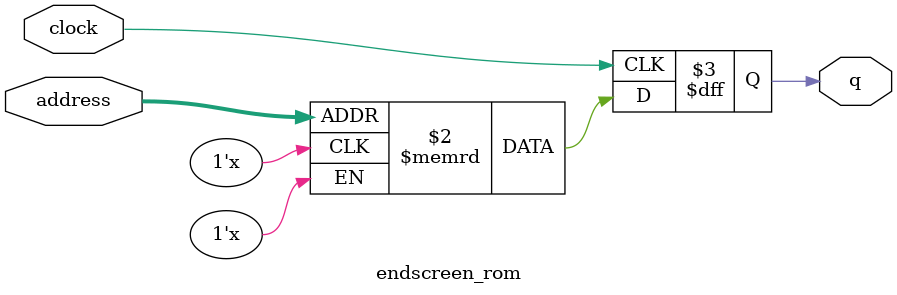
<source format=sv>
module endscreen_rom (
	input logic clock,
	input logic [15:0] address,
	output logic [0:0] q
);

logic [0:0] memory [0:38399] /* synthesis ram_init_file = "./endscreen/endscreen.mif" */;

always_ff @ (posedge clock) begin
	q <= memory[address];
end

endmodule

</source>
